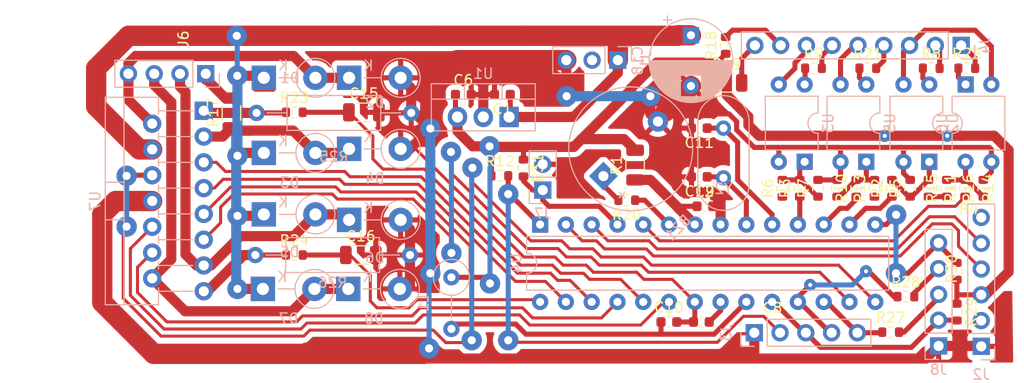
<source format=kicad_pcb>
(kicad_pcb (version 20211014) (generator pcbnew)
  (layers (0 "F.Cu" signal) (31 "B.Cu" signal) (34 "B.Paste" user) (35 "F.Paste" user) (36 "B.SilkS" user "B.Silkscreen") (37 "F.SilkS" user "F.Silkscreen") (38 "B.Mask" user) (39 "F.Mask" user) (44 "Edge.Cuts" user))
  (net 0 "")
  (net 1 "Net-(BZ1-Pad1)")
  (net 2 "+12V")
  (net 3 "+5V")
  (net 4 "Net-(C8-Pad1)")
  (net 5 "GNDA")
  (net 6 "Net-(C10-Pad1)")
  (net 7 "Net-(C11-Pad1)")
  (net 8 "Net-(C12-Pad1)")
  (net 9 "/MT_IN_1A")
  (net 10 "/MT_IN_2A")
  (net 11 "/MT_IN_1B")
  (net 12 "/MT_IN_2B")
  (net 14 "/ISP_MISO_IND_STATUS")
  (net 15 "/ISP_SCK_STOP_BUTTON")
  (net 16 "/ISP_MOSI_IND_PROCESS")
  (net 17 "/EXT_OUT1_ISO")
  (net 18 "/EXT_OUT2_ISO")
  (net 19 "/EXT_OUT3_ISO")
  (net 20 "/EXT_IN_ISO")
  (net 21 "/HOME_TAMPER")
  (net 22 "/START_BUTTON")
  (net 23 "Net-(J8-Pad3)")
  (net 24 "Net-(J8-Pad4)")
  (net 25 "/EXT_OUT1")
  (net 26 "Net-(R2-Pad2)")
  (net 27 "/EXT_OUT2")
  (net 28 "Net-(R3-Pad2)")
  (net 29 "Net-(R8-Pad1)")
  (net 30 "Net-(R9-Pad1)")
  (net 31 "/EXT_OUT3")
  (net 32 "Net-(R10-Pad2)")
  (net 33 "/EXT_IN")
  (net 34 "Net-(R11-Pad2)")
  (net 35 "/BUZZER")
  (net 36 "Net-(R21-Pad1)")
  (net 37 "Net-(R22-Pad1)")
  (net 38 "/SENSA_ADC")
  (net 39 "/SENSB_ADC")
  (net 40 "/MT_ENA_PWM")
  (net 41 "/UART_RX")
  (net 42 "/UART_TX")
  (net 43 "/RESET")
  (net 44 "/MT_IN_1A_EXT")
  (net 45 "/MT_IN_2A_EXT")
  (net 46 "/MT_IN_1B_EXT")
  (net 47 "/MT_IN_2B_EXT")
  (net 50 "Net-(J4-Pad8)")
  (net 51 "Net-(J4-Pad9)")
  (net 52 "/MT_ENB_PWM")
  (net 53 "/EXT_GND1")
  (net 54 "/EXT_GND2")
  (net 55 "/EXT_GND3")
  (net 56 "Net-(J6-Pad1)")
  (net 57 "Net-(R23-Pad1)")
  (net 58 "Net-(R24-Pad1)")
  (footprint "Resistor_SMD:R_1206_3216Metric" (layer "F.Cu") (at 128.8775 38.25)
    (fp_text reference "R19")
    (fp_text value "R")
  )
  (footprint "Resistor_SMD:R_0603_1608Metric" (layer "F.Cu") (at 108.84 46.635 -90)
    (fp_text reference "R31")
    (fp_text value "10k")
  )
  (footprint "Resistor_SMD:R_0603_1608Metric" (layer "F.Cu") (at 145.015 62.81)
    (fp_text reference "R27")
    (fp_text value "R")
  )
  (footprint "Capacitor_SMD:C_1206_3216Metric" (layer "F.Cu") (at 93.115 41.15)
    (fp_text reference "C15")
    (fp_text value "100n")
  )
  (footprint "Resistor_SMD:R_0603_1608Metric" (layer "F.Cu") (at 86.265 41.15)
    (fp_text reference "R23")
    (fp_text value "470")
  )
  (footprint "Resistor_SMD:R_0603_1608Metric" (layer "F.Cu") (at 128.765 34.56 90)
    (fp_text reference "R18")
    (fp_text value "R")
  )
  (footprint "Resistor_SMD:R_0603_1608Metric" (layer "F.Cu") (at 141.62 48.635 90)
    (fp_text reference "R10")
    (fp_text value "2k")
  )
  (footprint "Resistor_SMD:R_0603_1608Metric" (layer "F.Cu") (at 152.515 36.81)
    (fp_text reference "R22")
    (fp_text value "R")
  )
  (footprint "Resistor_SMD:R_1206_3216Metric" (layer "F.Cu") (at 80.06 41.2125 90)
    (fp_text reference "R17")
    (fp_text value "0")
  )
  (footprint "Capacitor_SMD:C_0603_1608Metric" (layer "F.Cu") (at 126.715 50.41)
    (fp_text reference "C9")
    (fp_text value "100n")
  )
  (footprint "Capacitor_SMD:C_0603_1608Metric" (layer "F.Cu") (at 123.165 61.81)
    (fp_text reference "C10")
    (fp_text value "100n")
  )
  (footprint "Resistor_SMD:R_0603_1608Metric" (layer "F.Cu") (at 146.515 59.31)
    (fp_text reference "R28")
    (fp_text value "R")
  )
  (footprint "Capacitor_SMD:C_0603_1608Metric" (layer "F.Cu") (at 126.165 42.71 180)
    (fp_text reference "C11")
    (fp_text value "22p")
  )
  (footprint "Capacitor_SMD:C_0603_1608Metric" (layer "F.Cu") (at 126.165 47.51 180)
    (fp_text reference "C12")
    (fp_text value "22p")
  )
  (footprint "Resistor_SMD:R_1206_3216Metric" (layer "F.Cu") (at 119.84 46.3475 90)
    (fp_text reference "R1")
    (fp_text value "0")
  )
  (footprint "Capacitor_SMD:C_1206_3216Metric" (layer "F.Cu") (at 92.815 55.21)
    (fp_text reference "C16")
    (fp_text value "100n")
  )
  (footprint "Resistor_SMD:R_0603_1608Metric" (layer "F.Cu") (at 152.34 48.635 90)
    (fp_text reference "R11")
    (fp_text value "R")
  )
  (footprint "Resistor_SMD:R_0603_1608Metric" (layer "F.Cu") (at 146.94 48.635 90)
    (fp_text reference "R5")
    (fp_text value "R")
  )
  (footprint "Resistor_SMD:R_0603_1608Metric" (layer "F.Cu") (at 139.74 48.635 90)
    (fp_text reference "R14")
    (fp_text value "R")
  )
  (footprint "Resistor_SMD:R_0603_1608Metric" (layer "F.Cu") (at 151.54 56.81 90)
    (fp_text reference "R30")
    (fp_text value "10k")
  )
  (footprint "Resistor_SMD:R_0603_1608Metric" (layer "F.Cu") (at 148.74 48.635 90)
    (fp_text reference "R4")
    (fp_text value "R")
  )
  (footprint "Resistor_SMD:R_0603_1608Metric" (layer "F.Cu") (at 154.14 48.635 90)
    (fp_text reference "R16")
    (fp_text value "R")
  )
  (footprint "Capacitor_SMD:C_0603_1608Metric" (layer "F.Cu") (at 102.915 39.41)
    (fp_text reference "C6")
    (fp_text value "100n")
  )
  (footprint "Resistor_SMD:R_0603_1608Metric" (layer "F.Cu") (at 106.515 47.41)
    (fp_text reference "R12")
    (fp_text value "10k")
  )
  (footprint "Resistor_SMD:R_0603_1608Metric" (layer "F.Cu") (at 119.015 49.81 180)
    (fp_text reference "R20")
    (fp_text value "0")
  )
  (footprint "Resistor_SMD:R_0603_1608Metric" (layer "F.Cu") (at 142.765 36.81)
    (fp_text reference "R21")
    (fp_text value "R")
  )
  (footprint "Resistor_SMD:R_0603_1608Metric" (layer "F.Cu") (at 149.015 36.81)
    (fp_text reference "R8")
    (fp_text value "R")
  )
  (footprint "Resistor_SMD:R_0603_1608Metric" (layer "F.Cu") (at 86.265 55.21)
    (fp_text reference "R24")
    (fp_text value "470")
  )
  (footprint "Resistor_SMD:R_0603_1608Metric" (layer "F.Cu") (at 134.349303 48.637327 90)
    (fp_text reference "R6")
    (fp_text value "R")
  )
  (footprint "Resistor_SMD:R_0603_1608Metric" (layer "F.Cu") (at 137.415 36.81)
    (fp_text reference "R9")
    (fp_text value "R")
  )
  (footprint "Resistor_SMD:R_0603_1608Metric" (layer "F.Cu") (at 137.86 48.635 90)
    (fp_text reference "R7")
    (fp_text value "R")
  )
  (footprint "Resistor_SMD:R_0603_1608Metric" (layer "F.Cu") (at 143.42 48.635 90)
    (fp_text reference "R13")
    (fp_text value "R")
  )
  (footprint "Resistor_SMD:R_0603_1608Metric" (layer "F.Cu") (at 136.06 48.635 90)
    (fp_text reference "R3")
    (fp_text value "2k")
  )
  (footprint "Resistor_SMD:R_0603_1608Metric" (layer "F.Cu") (at 145.14 48.635 90)
    (fp_text reference "R2")
    (fp_text value "2k")
  )
  (footprint "Resistor_SMD:R_0603_1608Metric" (layer "F.Cu") (at 151.54 60.835 -90)
    (fp_text reference "R29")
    (fp_text value "10k")
  )
  (footprint "Capacitor_SMD:C_0603_1608Metric" (layer "F.Cu") (at 106.765 39.41 180)
    (fp_text reference "C1")
    (fp_text value "330n")
  )
  (footprint "Capacitor_SMD:C_0603_1608Metric" (layer "F.Cu") (at 126.365 61.81 180)
    (fp_text reference "C8")
    (fp_text value "100n")
  )
  (footprint "Resistor_SMD:R_0603_1608Metric" (layer "F.Cu") (at 150.54 48.635 90)
    (fp_text reference "R15")
    (fp_text value "R")
  )
  (footprint "Package_TO_SOT_THT:TO-220-3_Vertical" (layer "B.Cu") (at 107.42 41.61 180)
    (fp_text reference "U1")
    (fp_text value "L7805")
  )
  (footprint "Connector_PinSocket_2.54mm:PinSocket_1x06_P2.54mm_Vertical" (layer "B.Cu") (at 153.94 64.21)
    (fp_text reference "J2")
    (fp_text value "FTDI_COMM")
  )
  (footprint "Connector_PinHeader_2.54mm:PinHeader_1x04_P2.54mm_Vertical" (layer "B.Cu") (at 77.54 37.35 90)
    (fp_text reference "J6")
    (fp_text value "MT_CONN")
  )
  (footprint "Crystal:Crystal_HC18-U_Vertical" (layer "B.Cu") (at 128.54 42.71 -90)
    (fp_text reference "Y2")
    (fp_text value "8MHz")
  )
  (footprint "Package_DIP:DIP-28_W7.62mm" (layer "B.Cu") (at 110.48 52.21 -90)
    (fp_text reference "U4")
    (fp_text value "ATmega328-P")
  )
  (footprint "Package_DIP:DIP-4_W7.62mm" (layer "B.Cu") (at 148.82 46.03 90)
    (fp_text reference "U2")
    (fp_text value "SFH617A-1")
  )
  (footprint "Connector_PinHeader_2.54mm:PinHeader_1x05_P2.54mm_Vertical" (layer "B.Cu") (at 149.74 64.17)
    (fp_text reference "J8")
    (fp_text value "HMI_CONN")
  )
  (footprint "Resistor_THT:R_Axial_DIN0309_L9.0mm_D3.2mm_P15.24mm_Horizontal" (layer "B.Cu") (at 82.42 55.21)
    (fp_text reference "R26")
    (fp_text value "0.5")
  )
  (footprint "Inductor_THT:L_Axial_L7.0mm_D3.3mm_P5.08mm_Vertical_Fastron_MICC" (layer "B.Cu") (at 101.74 57.41 -90)
    (fp_text reference "L1")
    (fp_text value "10uH")
  )
  (footprint "Connector_PinHeader_2.54mm:PinHeader_1x09_P2.54mm_Vertical" (layer "B.Cu") (at 151.96 34.56 90)
    (fp_text reference "J4")
    (fp_text value "EXT_CONN")
  )
  (footprint "Resistor_THT:R_Axial_DIN0309_L9.0mm_D3.2mm_P15.24mm_Horizontal" (layer "B.Cu") (at 82.54 41.21)
    (fp_text reference "R25")
    (fp_text value "0.5")
  )
  (footprint "Diode_THT:D_DO-15_P5.08mm_Vertical_KathodeUp" (layer "B.Cu") (at 83.26 37.75)
    (fp_text reference "D1")
    (fp_text value "D")
  )
  (footprint "Connector_PinSocket_2.54mm:PinSocket_1x03_P2.54mm_Vertical" (layer "B.Cu") (at 118.14 36.01 90)
    (fp_text reference "J1")
    (fp_text value "POWER_CONN")
  )
  (footprint "Diode_THT:D_DO-15_P5.08mm_Vertical_KathodeUp" (layer "B.Cu") (at 91.58 58.55)
    (fp_text reference "D8")
    (fp_text value "D")
  )
  (footprint "Diode_THT:D_DO-15_P5.08mm_Vertical_KathodeUp" (layer "B.Cu") (at 91.66 44.75)
    (fp_text reference "D4")
    (fp_text value "D")
  )
  (footprint "Package_DIP:DIP-4_W7.62mm" (layer "B.Cu") (at 136.54 46.03 90)
    (fp_text reference "U3")
    (fp_text value "SFH617A-1")
  )
  (footprint "Connector_PinHeader_2.54mm:PinHeader_1x02_P2.54mm_Vertical" (layer "B.Cu") (at 110.74 48.81)
    (fp_text reference "J7")
    (fp_text value "TAMPER_CONN")
  )
  (footprint "Diode_THT:D_DO-15_P5.08mm_Vertical_KathodeUp" (layer "B.Cu") (at 91.66 37.75)
    (fp_text reference "D2")
    (fp_text value "D")
  )
  (footprint "Diode_THT:D_DO-15_P5.08mm_Vertical_KathodeUp" (layer "B.Cu") (at 83.164915 58.55)
    (fp_text reference "D7")
    (fp_text value "D")
  )
  (footprint "Capacitor_THT:CP_Radial_D8.0mm_P5.00mm" (layer "B.Cu") (at 125.34 33.56 -90)
    (fp_text reference "C18")
    (fp_text value "470u")
  )
  (footprint "Diode_THT:D_DO-15_P5.08mm_Vertical_KathodeUp" (layer "B.Cu") (at 83.26 45.15)
    (fp_text reference "D3")
    (fp_text value "D")
  )
  (footprint "Buzzer_Beeper:Buzzer_12x9.5RM7.6" (layer "B.Cu") (at 116.715988 47.434012 45)
    (fp_text reference "BZ1")
    (fp_text value "Buzzer")
  )
  (footprint "Diode_THT:D_DO-15_P5.08mm_Vertical_KathodeUp" (layer "B.Cu") (at 83.26 51.21)
    (fp_text reference "D5")
    (fp_text value "D")
  )
  (footprint "Connector_PinSocket_2.54mm:PinSocket_1x05_P2.54mm_Vertical" (layer "B.Cu") (at 131.58 62.868437 -90)
    (fp_text reference "J3")
    (fp_text value "ISP")
  )
  (footprint "Package_DIP:DIP-4_W7.62mm" (layer "B.Cu") (at 152.4 38.41 -90)
    (fp_text reference "U6")
    (fp_text value "SFH617A-1")
  )
  (footprint "Package_DIP:DIP-4_W7.62mm" (layer "B.Cu") (at 142.62 46.03 90)
    (fp_text reference "U5")
    (fp_text value "SFH617A-1")
  )
  (footprint "Package_TO_SOT_THT:TO-220-15_P2.54x2.54mm_StaggerOdd_Lead4.58mm_Vertical" (layer "B.Cu") (at 77.34 41 -90)
    (fp_text reference "U7")
    (fp_text value "L298N")
  )
  (footprint "Diode_THT:D_DO-15_P5.08mm_Vertical_KathodeUp" (layer "B.Cu") (at 91.66 51.75)
    (fp_text reference "D6")
    (fp_text value "D")
  )
  (segment (start 116.715988 47.434012) (end 116.715988 48.335988) (width 0.5) (layer "F.Cu") (net 1))
  (segment (start 116.715988 48.335988) (end 118.19 49.81) (width 0.5) (layer "F.Cu") (net 1))
  (segment (start 80.392184 37.55) (end 82.73186 37.55) (width 1) (layer "F.Cu") (net 2))
  (segment (start 69.94 33.61) (end 100.14 33.61) (width 2) (layer "F.Cu") (net 2))
  (segment (start 124.09 33.56) (end 125.34 33.56) (width 2) (layer "F.Cu") (net 2))
  (segment (start 72.26 44.81) (end 70.987208 44.81) (width 2) (layer "F.Cu") (net 2))
  (segment (start 108.94 33.61) (end 117.94 33.61) (width 2) (layer "F.Cu") (net 2))
  (segment (start 83.26 45.15) (end 80.86 45.15) (width 1) (layer "F.Cu") (net 2))
  (segment (start 70.987208 44.81) (end 66.74 40.562792) (width 2) (layer "F.Cu") (net 2))
  (segment (start 82.73186 37.962543) (end 83.06 38.290683) (width 1) (layer "F.Cu") (net 2))
  (segment (start 66.74 36.81) (end 69.94 33.61) (width 2) (layer "F.Cu") (net 2))
  (segment (start 107.42 41.61) (end 113.79 41.61) (width 1) (layer "F.Cu") (net 2))
  (segment (start 84.16 38.87) (end 84.22 38.81) (width 0.5) (layer "F.Cu") (net 2))
  (segment (start 118.14 36.01) (end 118.14 33.81) (width 2) (layer "F.Cu") (net 2))
  (segment (start 124.04 33.61) (end 124.09 33.56) (width 2) (layer "F.Cu") (net 2))
  (segment (start 83.164915 58.55) (end 80.66 58.55) (width 1) (layer "F.Cu") (net 2))
  (segment (start 100.14 33.61) (end 108.94 33.61) (width 2) (layer "F.Cu") (net 2))
  (segment (start 118.14 37.26) (end 118.14 36.01) (width 1) (layer "F.Cu") (net 2))
  (segment (start 107.54 39.41) (end 107.54 41.49) (width 0.5) (layer "F.Cu") (net 2))
  (segment (start 82.42 38.87) (end 84.16 38.87) (width 0.5) (layer "F.Cu") (net 2))
  (segment (start 117.94 33.61) (end 124.04 33.61) (width 2) (layer "F.Cu") (net 2))
  (segment (start 107.54 41.49) (end 107.42 41.61) (width 0.5) (layer "F.Cu") (net 2))
  (segment (start 66.74 40.562792) (end 66.74 36.81) (width 2) (layer "F.Cu") (net 2))
  (segment (start 83.26 51.35) (end 80.66 51.35) (width 1) (layer "F.Cu") (net 2))
  (segment (start 118.14 33.81) (end 117.94 33.61) (width 2) (layer "F.Cu") (net 2))
  (segment (start 80.86 45.630683) (end 80.66 45.430683) (width 1) (layer "F.Cu") (net 2))
  (segment (start 113.79 41.61) (end 118.14 37.26) (width 1) (layer "F.Cu") (net 2))
  (via (at 80.66 51.35) (size 2) (drill 0.8) (layers "F.Cu" "B.Cu") (net 2))
  (via (at 80.66 58.55) (size 2) (drill 0.8) (layers "F.Cu" "B.Cu") (net 2))
  (via (at 80.594493 33.613822) (size 2) (drill 0.8) (layers "F.Cu" "B.Cu") (net 2))
  (via (at 80.64058 37.55) (size 2) (drill 0.8) (layers "F.Cu" "B.Cu") (net 2))
  (via (at 80.66 45.430683) (size 2) (drill 0.8) (layers "F.Cu" "B.Cu") (net 2))
  (segment (start 80.54 43.47) (end 80.54 58.43) (width 1) (layer "B.Cu") (net 2))
  (segment (start 80.66 37.981963) (end 80.64058 37.962543) (width 1) (layer "B.Cu") (net 2))
  (segment (start 80.64058 37.55) (end 80.64058 33.659909) (width 0.5) (layer "B.Cu") (net 2))
  (segment (start 80.66 45.430683) (end 80.66 37.981963) (width 1) (layer "B.Cu") (net 2))
  (segment (start 80.64058 33.659909) (end 80.594493 33.613822) (width 0.5) (layer "B.Cu") (net 2))
  (segment (start 80.66 37.943123) (end 80.64058 37.962543) (width 1) (layer "B.Cu") (net 2))
  (segment (start 80.54 58.43) (end 80.66 58.55) (width 1) (layer "B.Cu") (net 2))
  (segment (start 80.392184 45.162867) (end 80.66 45.430683) (width 1) (layer "B.Cu") (net 2))
  (segment (start 125.72 52.21) (end 124.120489 50.610489) (width 1) (layer "F.Cu") (net 3))
  (segment (start 105.5 44.5) (end 105.56 44.56) (width 1) (layer "F.Cu") (net 3))
  (segment (start 128.87798 37.12798) (end 128.25 36.5) (width 1) (layer "F.Cu") (net 3))
  (segment (start 151.54 59.26) (end 151.54 57.635) (width 0.5) (layer "F.Cu") (net 3))
  (segment (start 105.5 44.5) (end 105.69 44.69) (width 0.5) (layer "F.Cu") (net 3))
  (segment (start 105.5 44.5) (end 103.83 44.5) (width 1) (layer "F.Cu") (net 3))
  (segment (start 124.300978 50.41) (end 124.120489 50.590489) (width 0.5) (layer "F.Cu") (net 3))
  (segment (start 150.54 49.46) (end 148.74 49.46) (width 0.5) (layer "F.Cu") (net 3))
  (segment (start 103.83 44.5) (end 102.34 43.01) (width 1) (layer "F.Cu") (net 3))
  (segment (start 109.09 44.56) (end 113.795106 44.56) (width 1) (layer "F.Cu") (net 3))
  (segment (start 103.59 54.32927) (end 103.59 57.41) (width 0.3) (layer "F.Cu") (net 3))
  (segment (start 104.94 57.41) (end 105.54 58.01) (width 0.5) (layer "F.Cu") (net 3))
  (segment (start 124.120489 50.610489) (end 124.120489 50.590489) (width 1) (layer "F.Cu") (net 3))
  (segment (start 102.14 39.41) (end 102.14 41.41) (width 0.5) (layer "F.Cu") (net 3))
  (segment (start 119.440489 38.773196) (end 121.963685 36.25) (width 1) (layer "F.Cu") (net 3))
  (segment (start 153.94 59.13) (end 151.67 59.13) (width 0.5) (layer "F.Cu") (net 3))
  (segment (start 153.94 59.13) (end 154.37 59.13) (width 1) (layer "F.Cu") (net 3))
  (segment (start 103.24 57.41) (end 103.59 57.41) (width 0.5) (layer "F.Cu") (net 3))
  (segment (start 119.84 47.81) (end 121.34 47.81) (width 1) (layer "F.Cu") (net 3))
  (segment (start 155.216147 43.460481) (end 152 43.460481) (width 1) (layer "F.Cu") (net 3))
  (segment (start 151.67 59.13) (end 151.54 59.26) (width 0.5) (layer "F.Cu") (net 3))
  (segment (start 114.567553 43.787553) (end 118.742553 43.787553) (width 1) (layer "F.Cu") (net 3))
  (segment (start 151.999519 43.46) (end 132.046358 43.46) (width 1) (layer "F.Cu") (net 3))
  (segment (start 121.963685 36.25) (end 127.78 36.25) (width 1) (layer "F.Cu") (net 3))
  (segment (start 108.84 44.81) (end 109.09 44.56) (width 0.5) (layer "F.Cu") (net 3))
  (segment (start 105.74 45.61) (end 105.5 45.37) (width 0.5) (layer "F.Cu") (net 3))
  (segment (start 77.34 51.16) (end 80 48.5) (width 0.3) (layer "F.Cu") (net 3))
  (segment (start 131 41.594334) (end 128.87798 39.472314) (width 1) (layer "F.Cu") (net 3))
  (segment (start 156.639511 56.860489) (end 156.639511 44.883845) (width 1) (layer "F.Cu") (net 3))
  (segment (start 156.639511 44.883845) (end 155.216147 43.460481) (width 1) (layer "F.Cu") (net 3))
  (segment (start 77.34 51.16) (end 77.58952 51.40952) (width 0.5) (layer "F.Cu") (net 3))
  (segment (start 128.765 35.385) (end 128 36.15) (width 0.5) (layer "F.Cu") (net 3))
  (segment (start 102.14 41.41) (end 102.34 41.61) (width 0.5) (layer "F.Cu") (net 3))
  (segment (start 128.87798 39.472314) (end 128.87798 37.12798) (width 1) (layer "F.Cu") (net 3))
  (segment (start 121.34 47.81) (end 124.120489 50.590489) (width 1) (layer "F.Cu") (net 3))
  (segment (start 90.840692 49) (end 98.26073 49) (width 0.3) (layer "F.Cu") (net 3))
  (segment (start 103.59 57.41) (end 104.94 57.41) (width 0.5) (layer "F.Cu") (net 3))
  (segment (start 105.5 45.37) (end 105.5 44.5) (width 0.5) (layer "F.Cu") (net 3))
  (segment (start 101.74 57.41) (end 103.24 57.41) (width 0.5) (layer "F.Cu") (net 3))
  (segment (start 113.795106 44.56) (end 114.567553 43.787553) (width 1) (layer "F.Cu") (net 3))
  (segment (start 125.94 50.41) (end 124.300978 50.41) (width 0.5) (layer "F.Cu") (net 3))
  (segment (start 105.69 44.69) (end 105.69 47.41) (width 0.5) (layer "F.Cu") (net 3))
  (segment (start 119.440489 38.914617) (end 119.440489 38.773196) (width 1) (layer "F.Cu") (net 3))
  (segment (start 80 48.5) (end 90.340692 48.5) (width 0.3) (layer "F.Cu") (net 3))
  (segment (start 154.37 59.13) (end 156.639511 56.860489) (width 1) (layer "F.Cu") (net 3))
  (segment (start 132.046358 43.46) (end 131 42.413642) (width 1) (layer "F.Cu") (net 3))
  (segment (start 114.567553 43.787553) (end 119.440489 38.914617) (width 1) (layer "F.Cu") (net 3))
  (segment (start 152 43.460481) (end 151.999519 43.46) (width 1) (layer "F.Cu") (net 3))
  (segment (start 98.26073 49) (end 103.59 54.32927) (width 0.3) (layer "F.Cu") (net 3))
  (segment (start 105.5 44.5) (end 105.54 44.54) (width 1) (layer "F.Cu") (net 3))
  (segment (start 105.56 44.56) (end 109.09 44.56) (width 1) (layer "F.Cu") (net 3))
  (segment (start 128 36.15) (end 128 36.25) (width 0.5) (layer "F.Cu") (net 3))
  (segment (start 151.54 60.01) (end 151.54 59.26) (width 0.5) (layer "F.Cu") (net 3))
  (segment (start 118.742553 43.787553) (end 119.84 44.885) (width 1) (layer "F.Cu") (net 3))
  (segment (start 131 42.413642) (end 131 41.594334) (width 1) (layer "F.Cu") (net 3))
  (segment (start 108.84 45.81) (end 108.84 44.81) (width 0.5) (layer "F.Cu") (net 3))
  (segment (start 102.34 43.01) (end 102.34 41.61) (width 1) (layer "F.Cu") (net 3))
  (segment (start 90.340692 48.5) (end 90.840692 49) (width 0.3) (layer "F.Cu") (net 3))
  (segment (start 105.54 44.54) (end 105.54 45.01) (width 1) (layer "F.Cu") (net 3))
  (via (at 105.54 58.01) (size 2) (drill 0.8) (layers "F.Cu" "B.Cu") (net 3))
  (via (at 150.59 43.4605) (size 1.2) (drill 0.4) (layers "F.Cu" "B.Cu") (net 3))
  (via (at 105.5 44.5) (size 2) (drill 0.8) (layers "F.Cu" "B.Cu") (net 3))
  (via (at 144.43299 43.467549) (size 1.2) (drill 0.4) (layers "F.Cu" "B.Cu") (net 3))
  (segment (start 105.54 44.54) (end 105.54 58.01) (width 0.5) (layer "B.Cu") (net 3))
  (segment (start 105.5 44.5) (end 105.54 44.54) (width 0.5) (layer "B.Cu") (net 3))
  (segment (start 128.26 60.69) (end 127.14 61.81) (width 0.5) (layer "F.Cu") (net 4))
  (segment (start 128.26 59.83) (end 128.26 60.69) (width 0.5) (layer "F.Cu") (net 4))
  (segment (start 137.86 47.81) (end 139.74 47.81) (width 0.5) (layer "F.Cu") (net 5))
  (segment (start 102.226384 48.773616) (end 102.242232 48.773616) (width 0.3) (layer "F.Cu") (net 5))
  (segment (start 125.34 38.56) (end 122.84 41.06) (width 2) (layer "F.Cu") (net 5))
  (segment (start 115.035792 56.20856) (end 115.735311 56.908079) (width 0.3) (layer "F.Cu") (net 5))
  (segment (start 67.34 59.882736) (end 72.405344 64.94808) (width 2) (layer "F.Cu") (net 5))
  (segment (start 121.34 39.56) (end 121.34 41.31) (width 1) (layer "F.Cu") (net 5))
  (segment (start 115.735311 56.908079) (end 120 56.90808) (width 0.3) (layer "F.Cu") (net 5))
  (segment (start 129.84 42.879308) (end 129.84 42.06) (width 0.5) (layer "F.Cu") (net 5))
  (segment (start 96.74 44.75) (end 97.66 44.75) (width 1) (layer "F.Cu") (net 5))
  (segment (start 115.38 46.27) (end 116.34 45.31) (width 0.5) (layer "F.Cu") (net 5))
  (segment (start 97.66 52.67) (end 96.74 51.75) (width 1) (layer "F.Cu") (net 5))
  (segment (start 131.240489 65.409511) (end 148.500489 65.409511) (width 1) (layer "F.Cu") (net 5))
  (segment (start 97.78 38.79) (end 96.74 37.75) (width 1) (layer "F.Cu") (net 5))
  (segment (start 154.94 46.03) (end 154.94 44.81) (width 0.5) (layer "F.Cu") (net 5))
  (segment (start 131.58 65.07) (end 131.240489 65.409511) (width 1) (layer "F.Cu") (net 5))
  (segment (start 104.88 41.61) (end 104.88 37.07) (width 1) (layer "F.Cu") (net 5))
  (segment (start 146.02 44.61) (end 145.79 44.61) (width 0.5) (layer "F.Cu") (net 5))
  (segment (start 100.689511 65.409511) (end 99.463351 65.409511) (width 1) (layer "F.Cu") (net 5))
  (segment (start 97.78 41.21) (end 98.12 41.21) (width 1) (layer "F.Cu") (net 5))
  (segment (start 140.08 46.03) (end 140.08 44.87) (width 0.5) (layer "F.Cu") (net 5))
  (segment (start 134 44.72) (end 133.88952 44.60952) (width 0.5) (layer "F.Cu") (net 5))
  (segment (start 96.66 58.55) (end 97.66 57.55) (width 1) (layer "F.Cu") (net 5))
  (segment (start 154.94 47.01) (end 154.14 47.81) (width 0.5) (layer "F.Cu") (net 5))
  (segment (start 113.06 36.01) (end 102.34 36.01) (width 2) (layer "F.Cu") (net 5))
  (segment (start 121.34 41.31) (end 122.09 42.06) (width 1) (layer "F.Cu") (net 5))
  (segment (start 124.54 49.01) (end 123.94 48.41) (width 1) (layer "F.Cu") (net 5))
  (segment (start 140.08 44.87) (end 139.82 44.61) (width 0.5) (layer "F.Cu") (net 5))
  (segment (start 154.94 44.81) (end 154.74 44.61) (width 0.5) (layer "F.Cu") (net 5))
  (segment (start 99.69 64.41) (end 100.689511 65.409511) (width 1) (layer "F.Cu") (net 5))
  (segment (start 116.34 45.31) (end 117.09 45.31) (width 0.5) (layer "F.Cu") (net 5))
  (segment (start 112.746484 56.20856) (end 115.035792 56.20856) (width 0.3) (layer "F.Cu") (net 5))
  (segment (start 110.74 46.27) (end 115.38 46.27) (width 0.5) (layer "F.Cu") (net 5))
  (segment (start 72.405344 64.94808) (end 99.00192 64.94808) (width 2) (layer "F.Cu") (net 5))
  (segment (start 113.06 39.53) (end 113.09 39.56) (width 1) (layer "F.Cu") (net 5))
  (segment (start 140.08 46.03) (end 140.08 47.47) (width 0.5) (layer "F.Cu") (net 5))
  (segment (start 103.69 39.41) (end 105.99 39.41) (width 0.5) (layer "F.Cu") (net 5))
  (segment (start 134 46.03) (end 134 44.72) (width 0.5) (layer "F.Cu") (net 5))
  (segment (start 99.463351 65.409511) (end 99.00192 64.94808) (width 1) (layer "F.Cu") (net 5))
  (segment (start 153.94 64.21) (end 154.14 64.21) (width 1) (layer "F.Cu") (net 5))
  (segment (start 125.72 61.68) (end 125.59 61.81) (width 0.5) (layer "F.Cu") (net 5))
  (segment (start 123.94 48.41) (end 123.94 47.41) (width 1) (layer "F.Cu") (net 5))
  (segment (start 118.09 46.31) (end 122.09 46.31) (width 0.5) (layer "F.Cu") (net 5))
  (segment (start 125.72 59.83) (end 125.72 61.68) (width 0.5) (layer "F.Cu") (net 5))
  (segment (start 123.499038 57.609038) (end 125.72 59.83) (width 0.3) (layer "F.Cu") (net 5))
  (segment (start 97.74 57.01) (end 97.66 57.09) (width 1) (layer "F.Cu") (net 5))
  (segment (start 97.66 44.75) (end 99.66 42.75) (width 1) (layer "F.Cu") (net 5))
  (segment (start 148.500489 65.409511) (end 149.74 64.17) (width 1) (layer "F.Cu") (net 5))
  (segment (start 97.78 41.21) (end 94.65 41.21) (width 0.5) (layer "F.Cu") (net 5))
  (segment (start 129.09 41.31) (end 127.59 41.31) (width 0.5) (layer "F.Cu") (net 5))
  (segment (start 96.74 44.75) (end 98.202768 44.75) (width 0.3) (layer "F.Cu") (net 5))
  (segment (start 154.94 46.03) (end 154.94 47.01) (width 0.5) (layer "F.Cu") (net 5))
  (segment (start 120.700959 57.609039) (end 121.44927 57.609038) (width 0.3) (layer "F.Cu") (net 5))
  (segment (start 125.34 38.56) (end 127.415 38.56) (width 0.5) (layer "F.Cu") (net 5))
  (segment (start 104.94 37.01) (end 104.88 37.07) (width 1) (layer "F.Cu") (net 5))
  (segment (start 97.66 58.21) (end 97.66 57.09) (width 1) (layer "F.Cu") (net 5))
  (segment (start 117.09 45.31) (end 118.09 46.31) (width 0.5) (layer "F.Cu") (net 5))
  (segment (start 68.66 49.89) (end 67.34 51.21) (width 2) (layer "F.Cu") (net 5))
  (segment (start 131.58 62.868437) (end 131.58 65.07) (width 1) (layer "F.Cu") (net 5))
  (segment (start 67.34 51.21) (end 67.34 59.882736) (width 2) (layer "F.Cu") (net 5))
  (segment (start 97.66 55.21) (end 94.29 55.21) (width 0.5) (layer "F.Cu") (net 5))
  (segment (start 146.28 44.87) (end 146.02 44.61) (width 0.5) (layer "F.Cu") (net 5))
  (segment (start 100.689511 65.409511) (end 131.240489 65.409511) (width 1) (layer "F.Cu") (net 5))
  (segment (start 154.74 44.61) (end 145.79 44.61) (width 0.5) (layer "F.Cu") (net 5))
  (segment (start 102.242232 48.773616) (end 108.877656 55.40904) (width 0.3) (layer "F.Cu") (net 5))
  (segment (start 153.9 64.17) (end 153.94 64.21) (width 1) (layer "F.Cu") (net 5))
  (segment (start 133.88952 44.60952) (end 131.570212 44.60952) (width 0.5) (layer "F.Cu") (net 5))
  (segment (start 98.202768 44.75) (end 102.226384 48.773616) (width 0.3) (layer "F.Cu") (net 5))
  (segment (start 108.877656 55.40904) (end 111.946964 55.40904) (width 0.3) (layer "F.Cu") (net 5))
  (segment (start 120 56.90808) (end 120.700959 57.609039) (width 0.3) (layer "F.Cu") (net 5))
  (segment (start 98.12 41.21) (end 99.66 42.75) (width 1) (layer "F.Cu") (net 5))
  (segment (start 139.82 44.61) (end 139.81952 44.60952) (width 0.5) (layer "F.Cu") (net 5))
  (segment (start 127.34 49.01) (end 124.54 49.01) (width 1) (layer "F.Cu") (net 5))
  (segment (start 113.06 36.01) (end 113.06 39.53) (width 1) (layer "F.Cu") (net 5))
  (segment (start 99.54 64.41) (end 99.69 64.41) (width 1) (layer "F.Cu") (net 5))
  (segment (start 121.44927 57.609038) (end 123.499038 57.609038) (width 0.3) (layer "F.Cu") (net 5))
  (segment (start 94.65 41.21) (end 94.59 41.15) (width 0.5) (layer "F.Cu") (net 5))
  (segment (start 128.26 49.93) (end 127.34 49.01) (width 1) (layer "F.Cu") (net 5))
  (segment (start 102.34 36.01) (end 99.66 38.69) (width 2) (layer "F.Cu") (net 5))
  (segment (start 146.28 46.03) (end 146.28 47.15) (width 0.5) (layer "F.Cu") (net 5))
  (segment (start 149.74 64.17) (end 153.9 64.17) (width 1) (layer "F.Cu") (net 5))
  (segment (start 140.08 47.47) (end 139.74 47.81) (width 0.5) (layer "F.Cu") (net 5))
  (segment (start 97.66 57.09) (end 97.66 55.21) (width 1) (layer "F.Cu") (net 5))
  (segment (start 123.94 61.81) (end 125.59 61.81) (width 0.5) (layer "F.Cu") (net 5))
  (segment (start 99.66 38.69) (end 99.66 42.75) (width 2) (layer "F.Cu") (net 5))
  (segment (start 72.26 49.89) (end 68.66 49.89) (width 2) (layer "F.Cu") (net 5))
  (segment (start 97.66 55.21) (end 97.66 52.67) (width 1) (layer "F.Cu") (net 5))
  (segment (start 97.78 41.21) (end 97.78 38.79) (width 1) (layer "F.Cu") (net 5))
  (segment (start 131.570212 44.60952) (end 129.84 42.879308) (width 0.5) (layer "F.Cu") (net 5))
  (segment (start 99.66 57.01) (end 97.74 57.01) (width 1) (layer "F.Cu") (net 5))
  (segment (start 129.84 42.06) (end 129.09 41.31) (width 0.5) (layer "F.Cu") (net 5))
  (segment (start 139.81952 44.60952) (end 133.88952 44.60952) (width 0.5) (layer "F.Cu") (net 5))
  (segment (start 99.00192 64.94808) (end 99.54 64.41) (width 2) (layer "F.Cu") (net 5))
  (segment (start 145.79 44.61) (end 139.82 44.61) (width 0.5) (layer "F.Cu") (net 5))
  (segment (start 146.28 46.03) (end 146.28 44.87) (width 0.5) (layer "F.Cu") (net 5))
  (segment (start 128.26 52.21) (end 128.26 49.93) (width 1) (layer "F.Cu") (net 5))
  (segment (start 146.28 47.15) (end 146.94 47.81) (width 0.5) (layer "F.Cu") (net 5))
  (segment (start 111.946964 55.40904) (end 112.746484 56.20856) (width 0.3) (layer "F.Cu") (net 5))
  (via (at 99.66 42.75) (size 2) (drill 0.8) (layers "F.Cu" "B.Cu") (net 5))
  (via (at 99.54 64.41) (size 2) (drill 0.8) (layers "F.Cu" "B.Cu") (net 5))
  (via (at 121.34 39.56) (size 2) (drill 0.8) (layers "F.Cu" "B.Cu") (net 5))
  (via (at 99.66 57.01) (size 2) (drill 0.8) (layers "F.Cu" "B.Cu") (net 5))
  (via (at 113.09 39.56) (size 2) (drill 0.8) (layers "F.Cu" "B.Cu") (net 5))
  (segment (start 99.66 43.129317) (end 99.66 57.01) (width 1) (layer "B.Cu") (net 5))
  (segment (start 113.09 39.56) (end 121.34 39.56) (width 1) (layer "B.Cu") (net 5))
  (segment (start 99.54 57.13) (end 99.66 57.01) (width 0.5) (layer "B.Cu") (net 5))
  (segment (start 99.54 64.41) (end 99.54 57.13) (width 0.5) (layer "B.Cu") (net 5))
  (segment (start 127.62 63.01) (end 122.54 63.01) (width 0.5) (layer "F.Cu") (net 6))
  (segment (start 102.22 62.01) (end 101.74 62.49) (width 0.5) (layer "F.Cu") (net 6))
  (segment (start 122.39 61.81) (end 122.39 62.86) (width 0.5) (layer "F.Cu") (net 6))
  (segment (start 122.39 62.86) (end 122.54 63.01) (width 0.5) (layer "F.Cu") (net 6))
  (segment (start 108.078616 62.01) (end 102.22 62.01) (width 0.5) (layer "F.Cu") (net 6))
  (segment (start 122.54 63.01) (end 109.078616 63.01) (width 0.5) (layer "F.Cu") (net 6))
  (segment (start 130.8 59.83) (end 130.32 59.83) (width 0.5) (layer "F.Cu") (net 6))
  (segment (start 109.078616 63.01) (end 108.078616 62.01) (width 0.5) (layer "F.Cu") (net 6))
  (segment (start 130.8 59.83) (end 127.62 63.01) (width 0.5) (layer "F.Cu") (net 6))
  (segment (start 129.94 47.81) (end 129.94 44.11) (width 0.5) (layer "F.Cu") (net 7))
  (segment (start 133.34 52.21) (end 133.34 51.21) (width 0.5) (layer "F.Cu") (net 7))
  (segment (start 129.94 44.11) (end 128.54 42.71) (width 0.5) (layer "F.Cu") (net 7))
  (segment (start 133.34 51.21) (end 129.94 47.81) (width 0.5) (layer "F.Cu") (net 7))
  (segment (start 126.94 42.71) (end 128.54 42.71) (width 0.5) (layer "F.Cu") (net 7))
  (segment (start 128.44 47.51) (end 128.54 47.61) (width 0.5) (layer "F.Cu") (net 8))
  (segment (start 130.8 52.21) (end 130.8 49.87) (width 0.5) (layer "F.Cu") (net 8))
  (segment (start 126.94 47.51) (end 128.44 47.51) (width 0.5) (layer "F.Cu") (net 8))
  (segment (start 130.8 49.87) (end 128.54 47.61) (width 0.5) (layer "F.Cu") (net 8))
  (segment (start 112.21025 57.7076) (end 113.4376 57.7076) (width 0.3) (layer "F.Cu") (net 9))
  (segment (start 78.58 46.08) (end 79.480194 46.980194) (width 0.3) (layer "F.Cu") (net 9))
  (segment (start 115.56 59.83) (end 115.54 59.81) (width 0.5) (layer "F.Cu") (net 9))
  (segment (start 91.230194 46.980194) (end 91.75 47.5) (width 0.3) (layer "F.Cu") (net 9))
  (segment (start 77.34 46.08) (end 78.58 46.08) (width 0.3) (layer "F.Cu") (net 9))
  (segment (start 111.50265 57) (end 112.21025 57.7076) (width 0.3) (layer "F.Cu") (net 9))
  (segment (start 77.34 46.08) (end 77.34 46.55) (width 0.5) (layer "F.Cu") (net 9))
  (segment (start 98.75 47.5) (end 108.25 57) (width 0.3) (layer "F.Cu") (net 9))
  (segment (start 108.25 57) (end 111.50265 57) (width 0.3) (layer "F.Cu") (net 9))
  (segment (start 79.480194 46.980194) (end 91.230194 46.980194) (width 0.3) (layer "F.Cu") (net 9))
  (segment (start 91.75 47.5) (end 98.75 47.5) (width 0.3) (layer "F.Cu") (net 9))
  (segment (start 113.4376 57.7076) (end 115.56 59.83) (width 0.3) (layer "F.Cu") (net 9))
  (segment (start 77.34 48.62) (end 78.38 48.62) (width 0.3) (layer "F.Cu") (net 10))
  (segment (start 90.721384 47.75) (end 91.219446 48.248062) (width 0.3) (layer "F.Cu") (net 10))
  (segment (start 77.34 48.62) (end 77.34 48.55) (width 0.5) (layer "F.Cu") (net 10))
  (segment (start 91.219446 48.248062) (end 98.498062 48.248062) (width 0.3) (layer "F.Cu") (net 10))
  (segment (start 77.34 48.55) (end 77.74 48.15) (width 0.5) (layer "F.Cu") (net 10))
  (segment (start 77.34 48.62) (end 77.34 49.10396) (width 0.5) (layer "F.Cu") (net 10))
  (segment (start 77.74 48.15) (end 77.93952 48.34952) (width 0.5) (layer "F.Cu") (net 10))
  (segment (start 111 57.81) (end 113.02 59.83) (width 0.3) (layer "F.Cu") (net 10))
  (segment (start 78.38 48.62) (end 79.25 47.75) (width 0.3) (layer "F.Cu") (net 10))
  (segment (start 108.06 57.81) (end 111 57.81) (width 0.3) (layer "F.Cu") (net 10))
  (segment (start 79.25 47.75) (end 90.721384 47.75) (width 0.3) (layer "F.Cu") (net 10))
  (segment (start 98.498062 48.248062) (end 108.06 57.81) (width 0.3) (layer "F.Cu") (net 10))
  (segment (start 113.02 59.83) (end 112.96 59.83) (width 0.5) (layer "F.Cu") (net 10))
  (segment (start 98.160922 61.90904) (end 98.959482 61.11048) (width 0.3) (layer "F.Cu") (net 11))
  (segment (start 70.110969 54.579031) (end 70.11097 59.19024) (width 0.3) (layer "F.Cu") (net 11))
  (segment (start 72.26 52.43) (end 70.110969 54.579031) (width 0.3) (layer "F.Cu") (net 11))
  (segment (start 108.45121 61.11048) (end 109.451209 62.110479) (width 0.3) (layer "F.Cu") (net 11))
  (segment (start 120.389521 62.110479) (end 122.67 59.83) (width 0.3) (layer "F.Cu") (net 11))
  (segment (start 109.451209 62.110479) (end 120.389521 62.110479) (width 0.3) (layer "F.Cu") (net 11))
  (segment (start 98.959482 61.11048) (end 108.45121 61.11048) (width 0.3) (layer "F.Cu") (net 11))
  (segment (start 87.500813 61.90904) (end 98.160922 61.90904) (width 0.3) (layer "F.Cu") (net 11))
  (segment (start 122.67 59.83) (end 123.18 59.83) (width 0.3) (layer "F.Cu") (net 11))
  (segment (start 70.11097 59.19024) (end 73.419769 62.499039) (width 0.3) (layer "F.Cu") (net 11))
  (segment (start 123.18 59.83) (end 122.72 59.83) (width 0.5) (layer "F.Cu") (net 11))
  (segment (start 86.910813 62.49904) (end 87.500813 61.90904) (width 0.3) (layer "F.Cu") (net 11))
  (segment (start 73.419769 62.499039) (end 86.910813 62.49904) (width 0.3) (layer "F.Cu") (net 11))
  (segment (start 87.069641 61.20952) (end 97.871172 61.20952) (width 0.3) (layer "F.Cu") (net 12))
  (segment (start 116.51904 61.41096) (end 118.1 59.83) (width 0.3) (layer "F.Cu") (net 12))
  (segment (start 108.74096 60.41096) (end 109.74096 61.41096) (width 0.3) (layer "F.Cu") (net 12))
  (segment (start 86.479641 61.79952) (end 87.069641 61.20952) (width 0.3) (layer "F.Cu") (net 12))
  (segment (start 70.810489 58.900489) (end 73.70952 61.79952) (width 0.3) (layer "F.Cu") (net 12))
  (segment (start 70.810489 56.419511) (end 70.810489 58.900489) (width 0.3) (layer "F.Cu") (net 12))
  (segment (start 72.26 54.97) (end 70.810489 56.419511) (width 0.3) (layer "F.Cu") (net 12))
  (segment (start 73.70952 61.79952) (end 86.479641 61.79952) (width 0.3) (layer "F.Cu") (net 12))
  (segment (start 109.74096 61.41096) (end 116.51904 61.41096) (width 0.3) (layer "F.Cu") (net 12))
  (segment (start 98.669732 60.41096) (end 108.74096 60.41096) (width 0.3) (layer "F.Cu") (net 12))
  (segment (start 97.871172 61.20952) (end 98.669732 60.41096) (width 0.3) (layer "F.Cu") (net 12))
  (segment (start 135.88 59.36902) (end 137.09 58.15902) (width 0.5) (layer "F.Cu") (net 14))
  (segment (start 135.88 59.83) (end 135.88 59.36902) (width 0.5) (layer "F.Cu") (net 14))
  (segment (start 135.88 59.83) (end 136.02 59.83) (width 0.5) (layer "F.Cu") (net 14))
  (segment (start 145.69 59.31) (end 145.34 59.31) (width 0.5) (layer "F.Cu") (net 14))
  (segment (start 142.84 56.81) (end 142.59 56.81) (width 0.5) (layer "F.Cu") (net 14))
  (segment (start 136.02 59.83) (end 139.2 63.01) (width 0.5) (layer "F.Cu") (net 14))
  (segment (start 145.34 59.31) (end 142.84 56.81) (width 0.5) (layer "F.Cu") (net 14))
  (via (at 142.59 56.81) (size 1.2) (drill 0.4) (layers "F.Cu" "B.Cu") (net 14))
  (via (at 137.09 58.15902) (size 1.2) (drill 0.4) (layers "F.Cu" "B.Cu") (net 14))
  (segment (start 141.24098 58.15902) (end 142.59 56.81) (width 0.5) (layer "B.Cu") (net 14))
  (segment (start 137.09 58.15902) (end 141.24098 58.15902) (width 0.5) (layer "B.Cu") (net 14))
  (segment (start 138.101563 64.31) (end 147.06 64.31) (width 0.5) (layer "F.Cu") (net 15))
  (segment (start 147.06 64.31) (end 149.74 61.63) (width 0.5) (layer "F.Cu") (net 15))
  (segment (start 133.34 59.83) (end 133.48 59.83) (width 0.5) (layer "F.Cu") (net 15))
  (segment (start 133.48 59.83) (end 136.66 63.01) (width 0.5) (layer "F.Cu") (net 15))
  (segment (start 136.66 62.868437) (end 138.101563 64.31) (width 0.5) (layer "F.Cu") (net 15))
  (segment (start 151.51 61.63) (end 151.54 61.66) (width 0.5) (layer "F.Cu") (net 15))
  (segment (start 149.32 61.63) (end 149.74 61.63) (width 0.5) (layer "F.Cu") (net 15))
  (segment (start 149.74 61.63) (end 151.51 61.63) (width 0.5) (layer "F.Cu") (net 15))
  (segment (start 138.42 59.83) (end 138.701563 59.83) (width 0.5) (layer "F.Cu") (net 16))
  (segment (start 138.701563 59.83) (end 141.74 62.868437) (width 0.5) (layer "F.Cu") (net 16))
  (segment (start 144.131563 62.868437) (end 144.19 62.81) (width 0.5) (layer "F.Cu") (net 16))
  (segment (start 141.74 62.868437) (end 144.131563 62.868437) (width 0.5) (layer "F.Cu") (net 16))
  (segment (start 149.84 36.81) (end 149.84 34.98) (width 0.5) (layer "F.Cu") (net 17))
  (segment (start 149.84 34.98) (end 149.42 34.56) (width 0.5) (layer "F.Cu") (net 17))
  (segment (start 144.34 34.56) (end 144.34 36.06) (width 0.5) (layer "F.Cu") (net 18))
  (segment (start 144.34 36.06) (end 143.59 36.81) (width 0.5) (layer "F.Cu") (net 18))
  (segment (start 138.24 36.81) (end 138.24 35.58) (width 0.5) (layer "F.Cu") (net 19))
  (segment (start 138.24 35.58) (end 139.26 34.56) (width 0.5) (layer "F.Cu") (net 19))
  (segment (start 153.34 35.81) (end 153.34 36.81) (width 0.5) (layer "F.Cu") (net 20))
  (segment (start 152.09 34.56) (end 153.34 35.81) (width 0.5) (layer "F.Cu") (net 20))
  (segment (start 151.96 34.56) (end 152.09 34.56) (width 0.5) (layer "F.Cu") (net 20))
  (segment (start 108.84 47.91) (end 109.74 48.81) (width 0.5) (layer "F.Cu") (net 21))
  (segment (start 110.74 49.81) (end 110.74 48.81) (width 0.5) (layer "F.Cu") (net 21))
  (segment (start 108.84 47.46) (end 108.84 47.91) (width 0.5) (layer "F.Cu") (net 21))
  (segment (start 116.3 50.41) (end 111.34 50.41) (width 0.5) (layer "F.Cu") (net 21))
  (segment (start 109.74 48.81) (end 110.74 48.81) (width 0.5) (layer "F.Cu") (net 21))
  (segment (start 111.34 50.41) (end 110.74 49.81) (width 0.5) (layer "F.Cu") (net 21))
  (segment (start 118.1 52.21) (end 116.3 50.41) (width 0.5) (layer "F.Cu") (net 21))
  (segment (start 144.581325 52.21) (end 145.549756 51.241569) (width 0.5) (layer "F.Cu") (net 22))
  (segment (start 149.74 54.01) (end 146.74 57.01) (width 0.5) (layer "F.Cu") (net 22))
  (segment (start 149.74 54.185) (end 151.54 55.985) (width 0.5) (layer "F.Cu") (net 22))
  (segment (start 149.74 54.01) (end 149.74 54.185) (width 0.5) (layer "F.Cu") (net 22))
  (segment (start 143.5 52.21) (end 144.581325 52.21) (width 0.5) (layer "F.Cu") (net 22))
  (segment (start 146.74 57.01) (end 145.54 57.01) (width 0.5) (layer "F.Cu") (net 22))
  (via (at 145.54 57.01) (size 2) (drill 0.8) (layers "F.Cu" "B.Cu") (net 22))
  (via (at 145.549756 51.241569) (size 2) (drill 0.8) (layers "F.Cu" "B.Cu") (net 22))
  (segment (start 145.54 51.251325) (end 145.54 57.01) (width 0.5) (layer "B.Cu") (net 22))
  (segment (start 145.549756 51.241569) (end 145.54 51.251325) (width 0.5) (layer "B.Cu") (net 22))
  (segment (start 145.84 62.81) (end 146.34 62.81) (width 0.5) (layer "F.Cu") (net 23))
  (segment (start 149.74 59.41) (end 149.74 59.09) (width 0.5) (layer "F.Cu") (net 23))
  (segment (start 146.34 62.81) (end 149.74 59.41) (width 0.5) (layer "F.Cu") (net 23))
  (segment (start 147.34 58.95) (end 149.74 56.55) (width 0.5) (layer "F.Cu") (net 24))
  (segment (start 147.34 59.31) (end 147.34 58.95) (width 0.5) (layer "F.Cu") (net 24))
  (segment (start 140.96 52.21) (end 142.56 50.61) (width 0.5) (layer "F.Cu") (net 25))
  (segment (start 145.14 49.46) (end 143.99 50.61) (width 0.5) (layer "F.Cu") (net 25))
  (segment (start 143.99 50.61) (end 142.56 50.61) (width 0.5) (layer "F.Cu") (net 25))
  (segment (start 148.82 47.73) (end 148.74 47.81) (width 0.5) (layer "F.Cu") (net 26))
  (segment (start 146.79 49.46) (end 146.94 49.46) (width 0.5) (layer "F.Cu") (net 26))
  (segment (start 145.14 47.81) (end 146.79 49.46) (width 0.5) (layer "F.Cu") (net 26))
  (segment (start 148.74 47.81) (end 147.09 49.46) (width 0.5) (layer "F.Cu") (net 26))
  (segment (start 148.82 46.03) (end 148.82 47.73) (width 0.5) (layer "F.Cu") (net 26))
  (segment (start 147.09 49.46) (end 146.94 49.46) (width 0.5) (layer "F.Cu") (net 26))
  (segment (start 141.62 49.73) (end 141.62 49.46) (width 0.5) (layer "F.Cu") (net 27))
  (segment (start 140.02 50.61) (end 140.74 50.61) (width 0.5) (layer "F.Cu") (net 27))
  (segment (start 138.42 52.21) (end 140.02 50.61) (width 0.5) (layer "F.Cu") (net 27))
  (segment (start 140.74 50.61) (end 141.62 49.73) (width 0.5) (layer "F.Cu") (net 27))
  (segment (start 136.06 47.81) (end 136.14 47.81) (width 0.5) (layer "F.Cu") (net 28))
  (segment (start 137.79 49.46) (end 137.86 49.46) (width 0.5) (layer "F.Cu") (net 28))
  (segment (start 136.06 47.81) (end 136.06 46.51) (width 0.5) (layer "F.Cu") (net 28))
  (segment (start 136.06 46.51) (end 136.54 46.03) (width 0.5) (layer "F.Cu") (net 28))
  (segment (start 136.14 47.81) (end 137.79 49.46) (width 0.5) (layer "F.Cu") (net 28))
  (segment (start 134.428375 47.81) (end 134.340584 47.897791) (width 0.5) (layer "F.Cu") (net 28))
  (segment (start 136.06 47.81) (end 134.428375 47.81) (width 0.5) (layer "F.Cu") (net 28))
  (segment (start 136.54 46.03) (end 136.54 46.33) (width 0.5) (layer "F.Cu") (net 28))
  (segment (start 148.19 36.81) (end 148.19 37.78) (width 0.5) (layer "F.Cu") (net 29))
  (segment (start 148.19 37.78) (end 148.82 38.41) (width 0.5) (layer "F.Cu") (net 29))
  (segment (start 136.19 38.06) (end 136.54 38.41) (width 0.5) (layer "F.Cu") (net 30))
  (segment (start 136.59 36.81) (end 136.59 38.36) (width 0.5) (layer "F.Cu") (net 30))
  (segment (start 136.59 38.36) (end 136.54 38.41) (width 0.5) (layer "F.Cu") (net 30))
  (segment (start 136.06 52.03) (end 135.88 52.21) (width 0.5) (layer "F.Cu") (net 31))
  (segment (start 136.06 49.46) (end 136.06 52.03) (width 0.5) (layer "F.Cu") (net 31))
  (segment (start 139.74 49.46) (end 139.97 49.46) (width 0.5) (layer "F.Cu") (net 32))
  (segment (start 141.62 47.81) (end 141.42 47.81) (width 0.5) (layer "F.Cu") (net 32))
  (segment (start 139.97 49.46) (end 141.62 47.81) (width 0.5) (layer "F.Cu") (net 32))
  (segment (start 142.62 47.81) (end 141.62 47.81) (width 0.5) (layer "F.Cu") (net 32))
  (segment (start 140.09 49.46) (end 139.74 49.46) (width 0.5) (layer "F.Cu") (net 32))
  (segment (start 143.42 47.81) (end 142.62 47.81) (width 0.5) (layer "F.Cu") (net 32))
  (segment (start 142.62 46.03) (end 142.62 47.81) (width 0.5) (layer "F.Cu") (net 32))
  (segment (start 122.24048 53.81048) (end 145.33952 53.81048) (width 0.3) (layer "F.Cu") (net 33))
  (segment (start 151.38952 50.41048) (end 152.34 49.46) (width 0.3) (layer "F.Cu") (net 33))
  (segment (start 145.33952 53.81048) (end 148.73952 50.41048) (width 0.3) (layer "F.Cu") (net 33))
  (segment (start 148.73952 50.41048) (end 151.38952 50.41048) (width 0.3) (layer "F.Cu") (net 33))
  (segment (start 120.64 52.21) (end 122.24048 53.81048) (width 0.3) (layer "F.Cu") (net 33))
  (segment (start 152.4 47.75) (end 152.34 47.81) (width 0.5) (layer "F.Cu") (net 34))
  (segment (start 152.34 47.81) (end 152.49 47.81) (width 0.5) (layer "F.Cu") (net 34))
  (segment (start 152.49 47.81) (end 154.14 49.46) (width 0.5) (layer "F.Cu") (net 34))
  (segment (start 152.4 46.03) (end 152.4 47.75) (width 0.5) (layer "F.Cu") (net 34))
  (segment (start 150.54 47.81) (end 152.34 47.81) (width 0.5) (layer "F.Cu") (net 34))
  (segment (start 120.78 49.81) (end 123.18 52.21) (width 0.5) (layer "F.Cu") (net 35))
  (segment (start 119.84 49.81) (end 120.78 49.81) (width 0.5) (layer "F.Cu") (net 35))
  (segment (start 123.18 52.21) (end 123.14 52.21) (width 0.5) (layer "F.Cu") (net 35))
  (segment (start 141.94 37.73) (end 142.62 38.41) (width 0.5) (layer "F.Cu") (net 36))
  (segment (start 141.94 36.81) (end 141.94 37.73) (width 0.5) (layer "F.Cu") (net 36))
  (segment (start 152.4 38.41) (end 152.74 38.41) (width 0.5) (layer "F.Cu") (net 37))
  (segment (start 151.69 36.81) (end 151.69 37.7) (width 0.5) (layer "F.Cu") (net 37))
  (segment (start 151.69 37.7) (end 152.4 38.41) (width 0.5) (layer "F.Cu") (net 37))
  (segment (start 111.70048 56.20856) (end 112.5 57.00808) (width 0.3) (layer "F.Cu") (net 38))
  (segment (start 115.357599 57.607599) (end 118.4176 57.6076) (width 0.3) (layer "F.Cu") (net 38))
  (segment (start 87.09 41.15) (end 91.64 41.15) (width 0.5) (layer "F.Cu") (net 38))
  (segment (start 91.64 41.230978) (end 91.64 41.15) (width 0.5) (layer "F.Cu") (net 38))
  (segment (start 95.00048 46.75048) (end 99.072556 46.75048) (width 0.3) (layer "F.Cu") (net 38))
  (segment (start 101.536038 49.213962) (end 101.551886 49.213962) (width 0.3) (layer "F.Cu") (net 38))
  (segment (start 94 45.75) (end 95.00048 46.75048) (width 0.3) (layer "F.Cu") (net 38))
  (segment (start 112.5 57.00808) (end 114.75808 57.00808) (width 0.3) (layer "F.Cu") (net 38))
  (segment (start 118.4176 57.6076) (end 120.64 59.83) (width 0.3) (layer "F.Cu") (net 38))
  (segment (start 99.072556 46.75048) (end 101.536038 49.213962) (width 0.3) (layer "F.Cu") (net 38))
  (segment (start 91.64 41.15) (end 94 43.51) (width 0.3) (layer "F.Cu") (net 38))
  (segment (start 101.551886 49.213962) (end 108.546484 56.20856) (width 0.3) (layer "F.Cu") (net 38))
  (segment (start 114.75808 57.00808) (end 115.357599 57.607599) (width 0.3) (layer "F.Cu") (net 38))
  (segment (start 94 43.51) (end 94 45.75) (width 0.3) (layer "F.Cu") (net 38))
  (segment (start 108.546484 56.20856) (end 111.70048 56.20856) (width 0.3) (layer "F.Cu") (net 38))
  (segment (start 98.33856 59.61144) (end 101 59.61144) (width 0.3) (layer "F.Cu") (net 39))
  (segment (start 101 59.61144) (end 101.00096 59.61048) (width 0.3) (layer "F.Cu") (net 39))
  (segment (start 93.75 59.25) (end 93.75 59.75) (width 0.3) (layer "F.Cu") (net 39))
  (segment (start 91.34 55.21) (end 91.739022 55.21) (width 0.3) (layer "F.Cu") (net 39))
  (segment (start 93.75 57.220978) (end 93.75 59.25) (width 0.3) (layer "F.Cu") (net 39))
  (segment (start 91.739022 55.21) (end 93.75 57.220978) (width 0.3) (layer "F.Cu") (net 39))
  (segment (start 91.49 55.21) (end 91.34 55.21) (width 0.5) (layer "F.Cu") (net 39))
  (segment (start 95 60.41) (end 97.54 60.41) (width 0.3) (layer "F.Cu") (net 39))
  (segment (start 101.00096 59.61048) (end 110.26048 59.61048) (width 0.3) (layer "F.Cu") (net 39))
  (segment (start 97.54 60.41) (end 98.33856 59.61144) (width 0.3) (layer "F.Cu") (net 39))
  (segment (start 110.48 59.83) (end 110.26048 59.61048) (width 0.5) (layer "F.Cu") (net 39))
  (segment (start 94.41 60.41) (end 95 60.41) (width 0.3) (layer "F.Cu") (net 39))
  (segment (start 93.75 59.75) (end 94.41 60.41) (width 0.3) (layer "F.Cu") (net 39))
  (segment (start 91.34 55.21) (end 87.09 55.21) (width 0.5) (layer "F.Cu") (net 39))
  (segment (start 112.609308 53.81) (end 113.399654 54.600346) (width 0.3) (layer "F.Cu") (net 40))
  (segment (start 120.65904 55.40904) (end 121.46 56.21) (width 0.3) (layer "F.Cu") (net 40))
  (segment (start 99.950062 62.60856) (end 101.181013 63.839511) (width 0.3) (layer "F.Cu") (net 40))
  (segment (start 121.46 56.21) (end 139.88 56.21) (width 0.3) (layer "F.Cu") (net 40))
  (segment (start 103.510489 63.839511) (end 103.74 63.61) (width 0.3) (layer "F.Cu") (net 40))
  (segment (start 109.56 53.81) (end 112.609308 53.81) (width 0.3) (layer "F.Cu") (net 40))
  (segment (start 73.130019 63.198559) (end 87.200564 63.198559) (width 0.3) (layer "F.Cu") (net 40))
  (segment (start 69.74 52.41) (end 69.41145 52.73855) (width 0.3) (layer "F.Cu") (net 40))
  (segment (start 101.181013 63.839511) (end 103.510489 63.839511) (width 0.3) (layer "F.Cu") (net 40))
  (segment (start 72.26 47.35) (end 69.8 47.35) (width 0.5) (layer "F.Cu") (net 40))
  (segment (start 103.811366 48.061366) (end 109.56 53.81) (width 0.3) (layer "F.Cu") (net 40))
  (segment (start 87.200564 63.198559) (end 87.790563 62.60856) (width 0.3) (layer "F.Cu") (net 40))
  (segment (start 103.94 63.61) (end 103.710489 63.839511) (width 0.5) (layer "F.Cu") (net 40))
  (segment (start 87.790563 62.60856) (end 99.950062 62.60856) (width 0.3) (layer "F.Cu") (net 40))
  (segment (start 69.41145 59.47999) (end 73.130019 63.198559) (width 0.3) (layer "F.Cu") (net 40))
  (segment (start 116.497656 55.40904) (end 120.65904 55.40904) (width 0.3) (layer "F.Cu") (net 40))
  (segment (start 113.399654 54.600346) (end 115.688962 54.600346) (width 0.3) (layer "F.Cu") (net 40))
  (segment (start 69.8 47.35) (end 69.74 47.41) (width 0.5) (layer "F.Cu") (net 40))
  (segment (start 69.41145 52.73855) (end 69.41145 59.47999) (width 0.3) (layer "F.Cu") (net 40))
  (segment (start 115.688962 54.600346) (end 116.497656 55.40904) (width 0.3) (layer "F.Cu") (net 40))
  (segment (start 139.88 56.21) (end 143.5 59.83) (width 0.3) (layer "F.Cu") (net 40))
  (segment (start 103.811366 46.621221) (end 103.811366 48.061366) (width 0.3) (layer "F.Cu") (net 40))
  (via (at 103.811366 46.621221) (size 2) (drill 0.8) (layers "F.Cu" "B.Cu") (net 40))
  (via (at 69.74 47.41) (size 2) (drill 0.8) (layers "F.Cu" "B.Cu") (net 40))
  (via (at 69.74 52.41) (size 2) (drill 0.8) (layers "F.Cu" "B.Cu") (net 40))
  (via (at 103.74 63.61) (size 2) (drill 0.8) (layers "F.Cu" "B.Cu") (net 40))
  (segment (start 103.74 46.692587) (end 103.811366 46.621221) (width 0.5) (layer "B.Cu") (net 40))
  (segment (start 103.74 63.61) (end 103.74 46.692587) (width 0.5) (layer "B.Cu") (net 40))
  (segment (start 69.74 47.41) (end 69.74 52.41) (width 0.5) (layer "B.Cu") (net 40))
  (segment (start 116.029308 53.81) (end 116.828828 54.60952) (width 0.3) (layer "F.Cu") (net 41))
  (segment (start 151.700365 54.350365) (end 153.94 56.59) (width 0.3) (layer "F.Cu") (net 41))
  (segment (start 151.700365 52.799635) (end 151.700365 54.350365) (width 0.3) (layer "F.Cu") (net 41))
  (segment (start 151.041422 52.140692) (end 151.700365 52.799635) (width 0.3) (layer "F.Cu") (net 41))
  (segment (start 114.62 53.81) (end 116.029308 53.81) (width 0.3) (layer "F.Cu") (net 41))
  (segment (start 121.64904 55.30952) (end 145.960443 55.309519) (width 0.3) (layer "F.Cu") (net 41))
  (segment (start 120.94904 54.60952) (end 121.64904 55.30952) (width 0.3) (layer "F.Cu") (net 41))
  (segment (start 116.828828 54.60952) (end 120.94904 54.60952) (width 0.3) (layer "F.Cu") (net 41))
  (segment (start 145.960443 55.309519) (end 149.12927 52.140692) (width 0.3) (layer "F.Cu") (net 41))
  (segment (start 113.02 52.21) (end 114.62 53.81) (width 0.3) (layer "F.Cu") (net 41))
  (segment (start 149.12927 52.140692) (end 151.041422 52.140692) (width 0.3) (layer "F.Cu") (net 41))
  (segment (start 121.99952 54.61) (end 145.670692 54.61) (width 0.3) (layer "F.Cu") (net 42))
  (segment (start 151.331172 51.441172) (end 153.94 54.05) (width 0.3) (layer "F.Cu") (net 42))
  (segment (start 145.670692 54.61) (end 148.83952 51.441172) (width 0.3) (layer "F.Cu") (net 42))
  (segment (start 117.16 53.81) (end 121.19952 53.81) (width 0.3) (layer "F.Cu") (net 42))
  (segment (start 148.83952 51.441172) (end 151.331172 51.441172) (width 0.3) (layer "F.Cu") (net 42))
  (segment (start 121.19952 53.81) (end 121.99952 54.61) (width 0.3) (layer "F.Cu") (net 42))
  (segment (start 115.56 52.21) (end 117.16 53.81) (width 0.3) (layer "F.Cu") (net 42))
  (segment (start 107.34 63.61) (end 107.53952 63.80952) (width 0.3) (layer "F.Cu") (net 43))
  (segment (start 107.53952 63.80952) (end 127.951172 63.80952) (width 0.3) (layer "F.Cu") (net 43))
  (segment (start 110.34 52.07) (end 110.48 52.21) (width 0.5) (layer "F.Cu") (net 43))
  (segment (start 107.34 47.41) (end 107.34 49.21) (width 0.5) (layer "F.Cu") (net 43))
  (segment (start 107.54 63.81) (end 107.34 63.61) (width 0.5) (layer "F.Cu") (net 43))
  (segment (start 127.951172 63.80952) (end 130.510692 61.25) (width 0.3) (layer "F.Cu") (net 43))
  (segment (start 107.34 49.21) (end 107.48 49.21) (width 0.5) (layer "F.Cu") (net 43))
  (segment (start 130.510692 61.25) (end 132.501563 61.25) (width 0.3) (layer "F.Cu") (net 43))
  (segment (start 107.48 49.21) (end 110.48 52.21) (width 0.5) (layer "F.Cu") (net 43))
  (segment (start 132.501563 61.25) (end 134.12 62.868437) (width 0.3) (layer "F.Cu") (net 43))
  (via (at 107.34 63.61) (size 2) (drill 0.8) (layers "F.Cu" "B.Cu") (net 43))
  (via (at 107.34 49.21) (size 2) (drill 0.8) (layers "F.Cu" "B.Cu") (net 43))
  (segment (start 107.34 49.21) (end 107.34 63.61) (width 0.5) (layer "B.Cu") (net 43))
  (segment (start 86.19 35.6) (end 88.34 37.75) (width 1) (layer "F.Cu") (net 44))
  (segment (start 69.92 36.316326) (end 70.636326 35.6) (width 1) (layer "F.Cu") (net 44))
  (segment (start 69.92 37.35) (end 69.92 36.316326) (width 1) (layer "F.Cu") (net 44))
  (segment (start 91.66 37.75) (end 88.34 37.75) (width 1) (layer "F.Cu") (net 44))
  (segment (start 69.92 39.93) (end 72.26 42.27) (width 1) (layer "F.Cu") (net 44))
  (segment (start 70.636326 35.6) (end 86.19 35.6) (width 1) (layer "F.Cu") (net 44))
  (segment (start 69.92 37.35) (end 69.92 39.93) (width 1) (layer "F.Cu") (net 44))
  (segment (start 81.86 42.95) (end 80.335 42.95) (width 1) (layer "F.Cu") (net 45))
  (segment (start 77.34 43.54) (end 79.195 43.54) (width 1) (layer "F.Cu") (net 45))
  (segment (start 80.335 42.95) (end 80.06 42.675) (width 1) (layer "F.Cu") (net 45))
  (segment (start 86.14 42.95) (end 81.86 42.95) (width 1) (layer "F.Cu") (net 45))
  (segment (start 79.785 42.95) (end 79.195 43.54) (width 1) (layer "F.Cu") (net 45))
  (segment (start 91.26 45.15) (end 91.66 44.75) (width 1) (layer "F.Cu") (net 45))
  (segment (start 88.34 45.15) (end 86.14 42.95) (width 1) (layer "F.Cu") (net 45))
  (segment (start 79.195 43.54) (end 80.06 42.675) (width 1) (layer "F.Cu") (net 45))
  (segment (start 88.34 45.15) (end 91.26 45.15) (width 1) (layer "F.Cu") (net 45))
  (segment (start 81.86 42.95) (end 79.785 42.95) (width 1) (layer "F.Cu") (net 45))
  (segment (start 77.35 43.55) (end 77.34 43.54) (width 1) (layer "F.Cu") (net 45))
  (segment (start 77.34 56.24) (end 76.63 56.24) (width 1) (layer "F.Cu") (net 46))
  (segment (start 77.34 56.24) (end 78.05 56.24) (width 1) (layer "F.Cu") (net 46))
  (segment (start 91.12 51.21) (end 91.66 51.75) (width 1) (layer "F.Cu") (net 46))
  (segment (start 86.2 53.35) (end 88.34 51.21) (width 1) (layer "F.Cu") (net 46))
  (segment (start 88.34 51.21) (end 91.12 51.21) (width 1) (layer "F.Cu") (net 46))
  (segment (start 78.05 56.24) (end 80.94 53.35) (width 1) (layer "F.Cu") (net 46))
  (segment (start 75 38.61) (end 75.54 39.15) (width 1) (layer "F.Cu") (net 46))
  (segment (start 80.94 53.35) (end 86.2 53.35) (width 1) (layer "F.Cu") (net 46))
  (segment (start 75.54 55.15) (end 75.54 39.15) (width 1) (layer "F.Cu") (net 46))
  (segment (start 77.34 56.24) (end 77.34 56.29) (width 1) (layer "F.Cu") (net 46))
  (segment (start 88.34 51.89) (end 88.34 51.21) (width 1) (layer "F.Cu") (net 46))
  (segment (start 76.63 56.24) (end 75.54 55.15) (width 1) (layer "F.Cu") (net 46))
  (segment (start 75 37.35) (end 75 38.61) (width 1) (layer "F.Cu") (net 46))
  (segment (start 77.34 56.29) (end 77.46 56.41) (width 1) (layer "F.Cu") (net 46))
  (segment (start 88.14 51.21) (end 87.799317 51.550683) (width 1) (layer "F.Cu") (net 46))
  (segment (start 72.46 38.47) (end 74.14 40.15) (width 1) (layer "F.Cu") (net 47))
  (segment (start 91.58 58.55) (end 88.244915 58.55) (width 1) (layer "F.Cu") (net 47))
  (segment (start 74.14 55.63) (end 72.26 57.51) (width 1) (layer "F.Cu") (net 47))
  (segment (start 86.044915 60.75) (end 75.5 60.75) (width 1) (layer "F.Cu") (net 47))
  (segment (start 74.14 40.15) (end 74.14 55.63) (width 1) (layer "F.Cu") (net 47))
  (segment (start 72.46 37.35) (end 72.46 38.47) (width 1) (layer "F.Cu") (net 47))
  (segment (start 75.5 60.75) (end 72.26 57.51) (width 1) (layer "F.Cu") (net 47))
  (segment (start 88.244915 58.55) (end 86.044915 60.75) (width 1) (layer "F.Cu") (net 47))
  (segment (start 132.68 33.06) (end 129.44 33.06) (width 0.5) (layer "F.Cu") (net 50))
  (segment (start 134.18 34.56) (end 132.68 33.06) (width 0.5) (layer "F.Cu") (net 50))
  (segment (start 129.44 33.06) (end 128.765 33.735) (width 0.5) (layer "F.Cu") (net 50))
  (segment (start 130.34 38.56) (end 130.34 35.86) (width 0.5) (layer "F.Cu") (net 51))
  (segment (start 130.34 35.86) (end 131.64 34.56) (width 0.5) (layer "F.Cu") (net 51))
  (segment (start 79 50.48927) (end 80.28975 49.19952) (width 0.3) (layer "F.Cu") (net 52))
  (segment (start 79 52.04) (end 79 50.48927) (width 0.3) (layer "F.Cu") (net 52))
  (segment (start 102.432578 47.83327) (end 109.174654 54.575346) (width 0.3) (layer "F.Cu") (net 52))
  (segment (start 121.159519 56.909519) (end 138.03952 56.90952) (width 0.3) (layer "F.Cu") (net 52))
  (segment (start 138.03952 56.90952) (end 140.96 59.83) (width 0.3) (layer "F.Cu") (net 52))
  (segment (start 101.69685 47.11339) (end 102.41673 47.83327) (width 0.3) (layer "F.Cu") (net 52))
  (segment (start 109.174654 54.575346) (end 112.243962 54.575346) (width 0.3) (layer "F.Cu") (net 52))
  (segment (start 90 49.19952) (end 90.499999 49.699519) (width 0.3) (layer "F.Cu") (net 52))
  (segment (start 101.69685 45.05315) (end 101.69685 47.11339) (width 0.3) (layer "F.Cu") (net 52))
  (segment (start 80.28975 49.19952) (end 90 49.19952) (width 0.3) (layer "F.Cu") (net 52))
  (segment (start 77.34 53.7) (end 77.69808 54.05808) (width 0.5) (layer "F.Cu") (net 52))
  (segment (start 116.307906 56.20856) (end 120.45856 56.20856) (width 0.3) (layer "F.Cu") (net 52))
  (segment (start 77.34 53.7) (end 79 52.04) (width 0.3) (layer "F.Cu") (net 52))
  (segment (start 101.74 53.46854) (end 101.74 55.01) (width 0.3) (layer "F.Cu") (net 52))
  (segment (start 113.077656 55.40904) (end 115.508386 55.40904) (width 0.3) (layer "F.Cu") (net 52))
  (segment (start 115.508386 55.40904) (end 116.307906 56.20856) (width 0.3) (layer "F.Cu") (net 52))
  (segment (start 112.243962 54.575346) (end 113.077656 55.40904) (width 0.3) (layer "F.Cu") (net 52))
  (segment (start 102.41673 47.83327) (end 102.432578 47.83327) (width 0.3) (layer "F.Cu") (net 52))
  (segment (start 97.970979 49.699519) (end 101.74 53.46854) (width 0.3) (layer "F.Cu") (net 52))
  (segment (start 90.499999 49.699519) (end 97.970979 49.699519) (width 0.3) (layer "F.Cu") (net 52))
  (segment (start 120.45856 56.20856) (end 121.159519 56.909519) (width 0.3) (layer "F.Cu") (net 52))
  (via (at 101.69685 45.05315) (size 2) (drill 0.8) (layers "F.Cu" "B.Cu") (net 52))
  (via (at 101.74 55.01) (size 2) (drill 0.8) (layers "F.Cu" "B.Cu") (net 52))
  (segment (start 101.74 45.0963) (end 101.74 55.01) (width 0.5) (layer "B.Cu") (net 52))
  (segment (start 101.69685 45.05315) (end 101.74 45.0963) (width 0.5) (layer "B.Cu") (net 52))
  (segment (start 153.34 33.06) (end 148.38 33.06) (width 0.5) (layer "F.Cu") (net 53))
  (segment (start 148.38 33.06) (end 146.88 34.56) (width 0.5) (layer "F.Cu") (net 53))
  (segment (start 146.28 38.41) (end 146.28 35.16) (width 0.5) (layer "F.Cu") (net 53))
  (segment (start 146.28 35.16) (end 146.88 34.56) (width 0.5) (layer "F.Cu") (net 53))
  (segment (start 154.94 38.41) (end 154.94 34.66) (width 0.5) (layer "F.Cu") (net 53))
  (segment (start 154.94 34.66) (end 153.34 33.06) (width 0.5) (layer "F.Cu") (net 53))
  (segment (start 140.08 35.935629) (end 141.455629 34.56) (width 0.5) (layer "F.Cu") (net 54))
  (segment (start 141.455629 34.56) (end 141.8 34.56) (width 0.5) (layer "F.Cu") (net 54))
  (segment (start 140.08 38.41) (end 140.08 35.935629) (width 0.5) (layer "F.Cu") (net 54))
  (segment (start 136.72 35.145019) (end 136.72 34.56) (width 0.5) (layer "F.Cu") (net 55))
  (segment (start 134 38.41) (end 135.59 36.82) (width 0.5) (layer "F.Cu") (net 55))
  (segment (start 135.59 36.275019) (end 136.72 35.145019) (width 0.5) (layer "F.Cu") (net 55))
  (segment (start 136.34 34.56) (end 136.72 34.56) (width 0.5) (layer "F.Cu") (net 55))
  (segment (start 135.59 36.82) (end 135.59 36.275019) (width 0.5) (layer "F.Cu") (net 55))
  (segment (start 79.46 39.75) (end 80.06 39.75) (width 1) (layer "F.Cu") (net 56))
  (segment (start 77.54 37.35) (end 77.54 37.83) (width 1) (layer "F.Cu") (net 56))
  (segment (start 77.54 37.83) (end 79.46 39.75) (width 1) (layer "F.Cu") (net 56))
  (segment (start 77.54 37.35) (end 77.54 37.95) (width 1) (layer "F.Cu") (net 56))
  (segment (start 82.54 41.21) (end 85.38 41.21) (width 0.5) (layer "F.Cu") (net 57))
  (segment (start 85.38 41.21) (end 85.44 41.15) (width 0.5) (layer "F.Cu") (net 57))
  (segment (start 82.54 41.21) (end 77.55 41.21) (width 1) (layer "F.Cu") (net 57))
  (segment (start 77.55 41.21) (end 77.34 41) (width 1) (layer "F.Cu") (net 57))
  (segment (start 81.28 55.21) (end 82.42 55.21) (width 1) (layer "F.Cu") (net 58))
  (segment (start 77.71 58.78) (end 81.28 55.21) (width 1) (layer "F.Cu") (net 58))
  (segment (start 77.34 58.78) (end 77.71 58.78) (width 1) (layer "F.Cu") (net 58))
  (segment (start 82.42 55.21) (end 85.44 55.21) (width 0.5) (layer "F.Cu") (net 58))
  (zone (net 5) (net_name "GNDA") (layer "F.Cu") (connect_pads (clearance 0.508)) (min_thickness 0.254) (fill yes (thermal_gap 0.508) (thermal_bridge_width 0.508))
    (polygon (pts (xy 131.84 65.81) (xy 87.09 65.81) (xy 87.09 62.81) (xy 131.84 62.81)))
  )
  (zone (net 5) (net_name "GNDA") (layer "F.Cu") (connect_pads (clearance 0.508)) (min_thickness 0.254) (fill yes (thermal_gap 0.508) (thermal_bridge_width 0.508))
    (polygon (pts (xy 128.8775 37.31) (xy 128.84 39.31) (xy 129.84 40.56) (xy 129.59 49.81) (xy 110.34 49.81) (xy 110.09 44.56) (xy 113.84 44.56) (xy 121.34 37.06)))
  )
  (zone (net 5) (net_name "GNDA") (layer "F.Cu") (connect_pads (clearance 0.508)) (min_thickness 0.254) (fill yes (thermal_gap 0.508) (thermal_bridge_width 0.508))
    (polygon (pts (xy 157.09 65.81) (xy 146.84 65.81) (xy 146.84 62.56) (xy 153.84 62.56) (xy 153.84 58.81) (xy 157 58.75)))
  )
  (zone (net 5) (net_name "GNDA") (layer "F.Cu") (connect_pads (clearance 0.508)) (min_thickness 0.254) (fill yes (thermal_gap 0.508) (thermal_bridge_width 0.508))
    (polygon (pts (xy 100.59 52.81) (xy 100.59 61.06) (xy 91.59 61.06) (xy 91.59 50.06) (xy 97.84 50.06)))
  )
  (zone (net 5) (net_name "GNDA") (layer "F.Cu") (connect_pads (clearance 0.508)) (min_thickness 0.254) (fill yes (thermal_gap 0.508) (thermal_bridge_width 0.508))
    (polygon (pts (xy 114.84 40.06) (xy 113.84 41.56) (xy 113.84 44.56) (xy 96.09 44.56) (xy 85.09 33.81) (xy 114.84 33.81)))
  )
)
</source>
